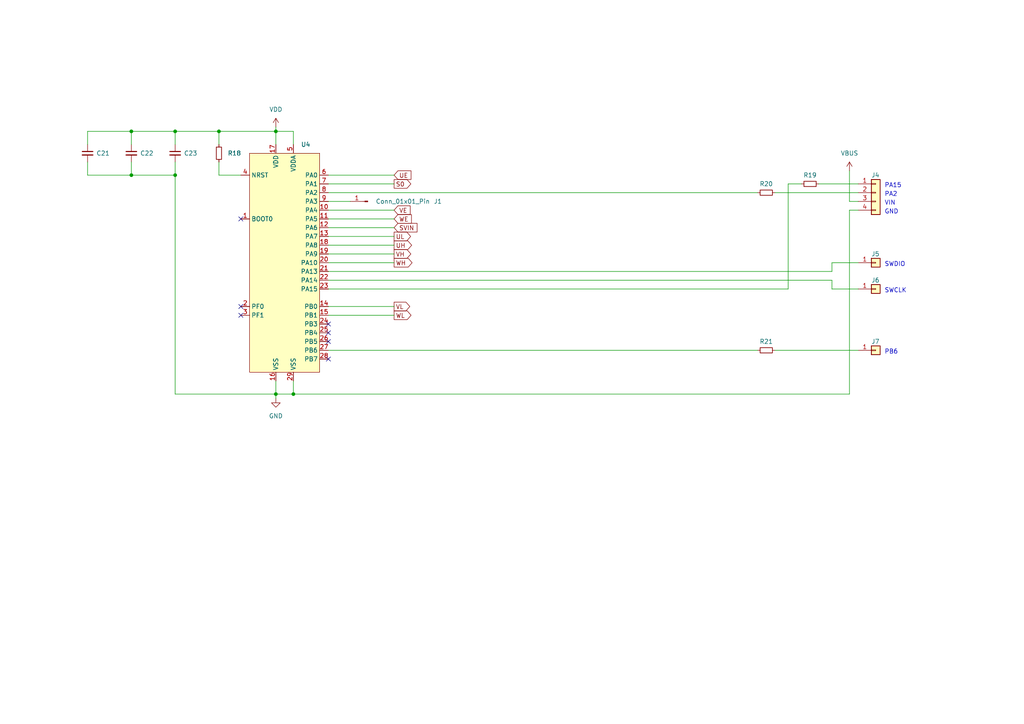
<source format=kicad_sch>
(kicad_sch (version 20231120) (generator "eeschema") (generator_version "8.0")
  (paper "A4")
  (title_block (title "ECOM ESC") (date "2023-11-07") (rev "1.0") (company "ECOM"))
  (lib_symbols
    (symbol "Connector:Conn_01x01_Pin" (pin_names (offset 1.016) hide)
      (property "Reference" "J" (at 0 2.54 0))
      (property "Value" "Conn_01x01_Pin" (at 0 -2.54 0))
      (symbol "Conn_01x01_Pin_1_1"
        (polyline (pts (xy 1.27 0) (xy 0.8636 0)) (stroke (width 0.1524)))
        (rectangle (start 0.8636 0.127) (end 0 -0.127) (stroke (width 0.1524)) (fill (type outline)))
        (pin passive line (at 5.08 0 180) (length 3.81) (name "Pin_1") (number "1"))
      )
    )
    (symbol "LibProj:AT32F421G8U7"
      (property "Reference" "U" (at 5.08 33.02 0))
      (property "Value" "AT32F421G8U7" (at 11.43 -34.29 0))
      (symbol "AT32F421G8U7_1_1"
        (rectangle (start -10.16 31.75) (end 10.16 -31.75) (fill (type background)))
        (pin passive line (at -12.7 12.7 0) (length 2.54) (name "BOOT0") (number "1"))
        (pin passive line (at 12.7 15.24 180) (length 2.54) (name "PA4") (number "10"))
        (pin passive line (at 12.7 12.7 180) (length 2.54) (name "PA5") (number "11"))
        (pin passive line (at 12.7 10.16 180) (length 2.54) (name "PA6") (number "12"))
        (pin passive line (at 12.7 7.62 180) (length 2.54) (name "PA7") (number "13"))
        (pin passive line (at 12.7 -12.7 180) (length 2.54) (name "PB0") (number "14"))
        (pin passive line (at 12.7 -15.24 180) (length 2.54) (name "PB1") (number "15"))
        (pin passive line (at -2.54 -34.29 90) (length 2.54) (name "VSS") (number "16"))
        (pin passive line (at -2.54 34.29 270) (length 2.54) (name "VDD") (number "17"))
        (pin passive line (at 12.7 5.08 180) (length 2.54) (name "PA8") (number "18"))
        (pin passive line (at 12.7 2.54 180) (length 2.54) (name "PA9") (number "19"))
        (pin passive line (at -12.7 -12.7 0) (length 2.54) (name "PF0") (number "2"))
        (pin passive line (at 12.7 0 180) (length 2.54) (name "PA10") (number "20"))
        (pin passive line (at 12.7 -2.54 180) (length 2.54) (name "PA13") (number "21"))
        (pin passive line (at 12.7 -5.08 180) (length 2.54) (name "PA14") (number "22"))
        (pin passive line (at 12.7 -7.62 180) (length 2.54) (name "PA15") (number "23"))
        (pin passive line (at 12.7 -17.78 180) (length 2.54) (name "PB3") (number "24"))
        (pin passive line (at 12.7 -20.32 180) (length 2.54) (name "PB4") (number "25"))
        (pin passive line (at 12.7 -22.86 180) (length 2.54) (name "PB5") (number "26"))
        (pin passive line (at 12.7 -25.4 180) (length 2.54) (name "PB6") (number "27"))
        (pin passive line (at 12.7 -27.94 180) (length 2.54) (name "PB7") (number "28"))
        (pin passive line (at 2.54 -34.29 90) (length 2.54) (name "VSS") (number "29"))
        (pin passive line (at -12.7 -15.24 0) (length 2.54) (name "PF1") (number "3"))
        (pin passive line (at -12.7 25.4 0) (length 2.54) (name "NRST") (number "4"))
        (pin passive line (at 2.54 34.29 270) (length 2.54) (name "VDDA") (number "5"))
        (pin passive line (at 12.7 25.4 180) (length 2.54) (name "PA0") (number "6"))
        (pin passive line (at 12.7 22.86 180) (length 2.54) (name "PA1") (number "7"))
        (pin passive line (at 12.7 20.32 180) (length 2.54) (name "PA2") (number "8"))
        (pin passive line (at 12.7 17.78 180) (length 2.54) (name "PA3") (number "9"))
      )
    )
    (symbol "LibProj:C_Small" (pin_numbers hide) (pin_names (offset 0.254) hide)
      (property "Reference" "C" (at 0.254 1.778 0))
      (property "Value" "C_Small" (at 0.254 -2.032 0))
      (symbol "C_Small_0_1"
        (polyline (pts (xy -1.524 -0.508) (xy 1.524 -0.508)) (stroke (width 0.3302)))
        (polyline (pts (xy -1.524 0.508) (xy 1.524 0.508)) (stroke (width 0.3048)))
      )
      (symbol "C_Small_1_1"
        (pin passive line (at 0 2.54 270) (length 2.032) (name "~") (number "1"))
        (pin passive line (at 0 -2.54 90) (length 2.032) (name "~") (number "2"))
      )
    )
    (symbol "LibProj:Conn_01x01" (pin_names (offset 1.016) hide)
      (property "Reference" "J" (at 0 2.54 0))
      (property "Value" "Conn_01x01" (at 0 -2.54 0))
      (symbol "Conn_01x01_1_1"
        (rectangle (start -1.27 0.127) (end 0 -0.127) (stroke (width 0.1524)))
        (rectangle (start -1.27 1.27) (end 1.27 -1.27) (stroke (width 0.254)) (fill (type background)))
        (pin passive line (at -5.08 0 0) (length 3.81) (name "Pin_1") (number "1"))
      )
    )
    (symbol "LibProj:Conn_01x04" (pin_names (offset 1.016) hide)
      (property "Reference" "J" (at 0 5.08 0))
      (property "Value" "Conn_01x04" (at 0 -7.62 0))
      (symbol "Conn_01x04_1_1"
        (rectangle (start -1.27 -4.953) (end 0 -5.207) (stroke (width 0.1524)))
        (rectangle (start -1.27 -2.413) (end 0 -2.667) (stroke (width 0.1524)))
        (rectangle (start -1.27 0.127) (end 0 -0.127) (stroke (width 0.1524)))
        (rectangle (start -1.27 2.667) (end 0 2.413) (stroke (width 0.1524)))
        (rectangle (start -1.27 3.81) (end 1.27 -6.35) (stroke (width 0.254)) (fill (type background)))
        (pin passive line (at -5.08 2.54 0) (length 3.81) (name "Pin_1") (number "1"))
        (pin passive line (at -5.08 0 0) (length 3.81) (name "Pin_2") (number "2"))
        (pin passive line (at -5.08 -2.54 0) (length 3.81) (name "Pin_3") (number "3"))
        (pin passive line (at -5.08 -5.08 0) (length 3.81) (name "Pin_4") (number "4"))
      )
    )
    (symbol "LibProj:R_Small" (pin_numbers hide) (pin_names (offset 0.254) hide)
      (property "Reference" "R" (at 0.762 0.508 0))
      (property "Value" "R_Small" (at 0.762 -1.016 0))
      (symbol "R_Small_0_1"
        (rectangle (start -0.762 1.778) (end 0.762 -1.778) (stroke (width 0.2032)))
      )
      (symbol "R_Small_1_1"
        (pin passive line (at 0 2.54 270) (length 0.762) (name "~") (number "1"))
        (pin passive line (at 0 -2.54 90) (length 0.762) (name "~") (number "2"))
      )
    )
    (symbol "power:GND" (power) (pin_names (offset 0))
      (property "Value" "GND" (at 0 -3.81 0))
      (symbol "GND_0_1"
        (polyline (pts (xy 0 0) (xy 0 -1.27) (xy 1.27 -1.27) (xy 0 -2.54) (xy -1.27 -1.27) (xy 0 -1.27)))
      )
      (symbol "GND_1_1"
        (pin power_in line (at 0 0 270) (length 0) hide (name "GND") (number "1"))
      )
    )
    (symbol "power:VBUS" (power) (pin_names (offset 0))
      (property "Value" "VBUS" (at 0 3.81 0))
      (symbol "VBUS_0_1"
        (polyline (pts (xy -0.762 1.27) (xy 0 2.54)))
        (polyline (pts (xy 0 0) (xy 0 2.54)))
        (polyline (pts (xy 0 2.54) (xy 0.762 1.27)))
      )
      (symbol "VBUS_1_1"
        (pin power_in line (at 0 0 90) (length 0) hide (name "VBUS") (number "1"))
      )
    )
    (symbol "power:VDD" (power) (pin_names (offset 0))
      (property "Value" "VDD" (at 0 3.81 0))
      (symbol "VDD_0_1"
        (polyline (pts (xy -0.762 1.27) (xy 0 2.54)))
        (polyline (pts (xy 0 0) (xy 0 2.54)))
        (polyline (pts (xy 0 2.54) (xy 0.762 1.27)))
      )
      (symbol "VDD_1_1"
        (pin power_in line (at 0 0 90) (length 0) hide (name "VDD") (number "1"))
      )
    )
  )
  (junction (at 38.1 50.8))
  (junction (at 63.5 38.1))
  (junction (at 38.1 38.1))
  (junction (at 80.01 38.1))
  (junction (at 50.8 50.8))
  (junction (at 80.01 114.3))
  (junction (at 50.8 38.1))
  (junction (at 85.09 114.3))
  (no_connect (at 95.25 99.06))
  (no_connect (at 69.85 63.5))
  (no_connect (at 69.85 88.9))
  (no_connect (at 95.25 96.52))
  (no_connect (at 69.85 91.44))
  (no_connect (at 95.25 93.98))
  (no_connect (at 95.25 104.14))
  (wire (pts (xy 248.92 60.96) (xy 246.38 60.96)))
  (wire (pts (xy 85.09 41.91) (xy 85.09 38.1)))
  (wire (pts (xy 101.6 58.42) (xy 95.25 58.42)))
  (wire (pts (xy 224.79 101.6) (xy 248.92 101.6)))
  (wire (pts (xy 246.38 49.53) (xy 246.38 58.42)))
  (wire (pts (xy 85.09 114.3) (xy 85.09 110.49)))
  (wire (pts (xy 50.8 114.3) (xy 80.01 114.3)))
  (wire (pts (xy 241.3 76.2) (xy 241.3 78.74)))
  (wire (pts (xy 241.3 81.28) (xy 241.3 83.82)))
  (wire (pts (xy 95.25 91.44) (xy 114.3 91.44)))
  (wire (pts (xy 63.5 41.91) (xy 63.5 38.1)))
  (wire (pts (xy 80.01 114.3) (xy 80.01 115.57)))
  (wire (pts (xy 80.01 36.83) (xy 80.01 38.1)))
  (wire (pts (xy 50.8 38.1) (xy 63.5 38.1)))
  (wire (pts (xy 95.25 101.6) (xy 219.71 101.6)))
  (wire (pts (xy 50.8 38.1) (xy 50.8 41.91)))
  (wire (pts (xy 95.25 55.88) (xy 219.71 55.88)))
  (wire (pts (xy 246.38 58.42) (xy 248.92 58.42)))
  (wire (pts (xy 95.25 81.28) (xy 241.3 81.28)))
  (wire (pts (xy 95.25 88.9) (xy 114.3 88.9)))
  (wire (pts (xy 95.25 60.96) (xy 114.3 60.96)))
  (wire (pts (xy 25.4 50.8) (xy 25.4 46.99)))
  (wire (pts (xy 63.5 50.8) (xy 63.5 46.99)))
  (wire (pts (xy 69.85 50.8) (xy 63.5 50.8)))
  (wire (pts (xy 95.25 50.8) (xy 114.3 50.8)))
  (wire (pts (xy 95.25 63.5) (xy 114.3 63.5)))
  (wire (pts (xy 232.41 53.34) (xy 228.6 53.34)))
  (wire (pts (xy 224.79 55.88) (xy 248.92 55.88)))
  (wire (pts (xy 95.25 78.74) (xy 241.3 78.74)))
  (wire (pts (xy 95.25 73.66) (xy 114.3 73.66)))
  (wire (pts (xy 50.8 50.8) (xy 50.8 114.3)))
  (wire (pts (xy 38.1 46.99) (xy 38.1 50.8)))
  (wire (pts (xy 80.01 114.3) (xy 85.09 114.3)))
  (wire (pts (xy 95.25 68.58) (xy 114.3 68.58)))
  (wire (pts (xy 25.4 38.1) (xy 38.1 38.1)))
  (wire (pts (xy 246.38 60.96) (xy 246.38 114.3)))
  (wire (pts (xy 38.1 38.1) (xy 50.8 38.1)))
  (wire (pts (xy 95.25 83.82) (xy 228.6 83.82)))
  (wire (pts (xy 38.1 41.91) (xy 38.1 38.1)))
  (wire (pts (xy 50.8 46.99) (xy 50.8 50.8)))
  (wire (pts (xy 95.25 71.12) (xy 114.3 71.12)))
  (wire (pts (xy 25.4 41.91) (xy 25.4 38.1)))
  (wire (pts (xy 80.01 38.1) (xy 85.09 38.1)))
  (wire (pts (xy 228.6 53.34) (xy 228.6 83.82)))
  (wire (pts (xy 50.8 50.8) (xy 38.1 50.8)))
  (wire (pts (xy 63.5 38.1) (xy 80.01 38.1)))
  (wire (pts (xy 95.25 53.34) (xy 114.3 53.34)))
  (wire (pts (xy 95.25 76.2) (xy 114.3 76.2)))
  (wire (pts (xy 80.01 38.1) (xy 80.01 41.91)))
  (wire (pts (xy 246.38 114.3) (xy 85.09 114.3)))
  (wire (pts (xy 95.25 66.04) (xy 114.3 66.04)))
  (wire (pts (xy 237.49 53.34) (xy 248.92 53.34)))
  (wire (pts (xy 38.1 50.8) (xy 25.4 50.8)))
  (wire (pts (xy 248.92 83.82) (xy 241.3 83.82)))
  (wire (pts (xy 80.01 110.49) (xy 80.01 114.3)))
  (wire (pts (xy 248.92 76.2) (xy 241.3 76.2)))
  (text "VIN" (at 256.54 59.69 0) (effects (font (size 1.27 1.27)) (justify left bottom)))
  (text "PA15" (at 256.54 54.61 0) (effects (font (size 1.27 1.27)) (justify left bottom)))
  (text "SWCLK" (at 256.54 85.09 0) (effects (font (size 1.27 1.27)) (justify left bottom)))
  (text "PA2" (at 256.54 57.15 0) (effects (font (size 1.27 1.27)) (justify left bottom)))
  (text "GND" (at 256.54 62.23 0) (effects (font (size 1.27 1.27)) (justify left bottom)))
  (text "PB6" (at 256.54 102.87 0) (effects (font (size 1.27 1.27)) (justify left bottom)))
  (text "SWDIO" (at 256.54 77.47 0) (effects (font (size 1.27 1.27)) (justify left bottom)))
  (global_label "SVIN" (shape input) (at 114.3 66.04 0) (property "Intersheetrefs" "${INTERSHEET_REFS}" (effects (hide yes))))
  (global_label "WE" (shape input) (at 114.3 63.5 0) (property "Intersheetrefs" "${INTERSHEET_REFS}" (effects (hide yes))))
  (global_label "UH" (shape output) (at 114.3 71.12 0) (property "Intersheetrefs" "${INTERSHEET_REFS}" (effects (hide yes))))
  (global_label "VE" (shape input) (at 114.3 60.96 0) (property "Intersheetrefs" "${INTERSHEET_REFS}" (effects (hide yes))))
  (global_label "UE" (shape input) (at 114.3 50.8 0) (property "Intersheetrefs" "${INTERSHEET_REFS}" (effects (hide yes))))
  (global_label "VL" (shape output) (at 114.3 88.9 0) (property "Intersheetrefs" "${INTERSHEET_REFS}" (effects (hide yes))))
  (global_label "VH" (shape output) (at 114.3 73.66 0) (property "Intersheetrefs" "${INTERSHEET_REFS}" (effects (hide yes))))
  (global_label "WL" (shape output) (at 114.3 91.44 0) (property "Intersheetrefs" "${INTERSHEET_REFS}" (effects (hide yes))))
  (global_label "S0" (shape output) (at 114.3 53.34 0) (property "Intersheetrefs" "${INTERSHEET_REFS}" (effects (hide yes))))
  (global_label "UL" (shape output) (at 114.3 68.58 0) (property "Intersheetrefs" "${INTERSHEET_REFS}" (effects (hide yes))))
  (global_label "WH" (shape output) (at 114.3 76.2 0) (property "Intersheetrefs" "${INTERSHEET_REFS}" (effects (hide yes))))
  (symbol (lib_id "LibProj:R_Small") (at 234.95 53.34 90) (unit 1)
    (property "Reference" "R19" (at 234.95 50.8 90))
    (property "Value" "1k" (effects (hide yes)))
    (property "Footprint" "Resistor_SMD:R_0402_1005Metric" (effects (hide yes)))
    (property "JLCPCB Part #" "C11702" (effects (hide yes)))
    (property "Rating" "62.5mW - ±1%" (effects (hide yes)))
  )
  (symbol (lib_id "power:GND") (at 80.01 115.57 0) (unit 1)
    (property "Reference" "#PWR019" (effects (hide yes)))
    (property "Value" "GND" (at 80.01 120.65 0))
  )
  (symbol (lib_id "power:VBUS") (at 246.38 49.53 0) (unit 1)
    (property "Reference" "#PWR018" (effects (hide yes)))
    (property "Value" "VBUS" (at 246.38 44.45 0))
  )
  (symbol (lib_id "LibProj:Conn_01x04") (at 254 55.88 0) (unit 1)
    (property "Reference" "J4" (at 252.73 50.8 0) (effects (justify left)))
    (property "Value" "Conn_01x04" (effects (hide yes)))
    (property "Footprint" "AART11footprints:HDG 1x04 P0.6 Horizontal" (effects (hide yes)))
    (property "JLCPCB Part #" "C3008763" (effects (hide yes)))
  )
  (symbol (lib_id "LibProj:R_Small") (at 222.25 55.88 90) (unit 1)
    (property "Reference" "R20" (at 222.25 53.34 90))
    (property "Value" "1k" (effects (hide yes)))
    (property "Footprint" "Resistor_SMD:R_0402_1005Metric" (effects (hide yes)))
    (property "JLCPCB Part #" "C11702" (effects (hide yes)))
    (property "Rating" "62.5mW - ±1%" (effects (hide yes)))
  )
  (symbol (lib_id "LibProj:Conn_01x01") (at 254 101.6 0) (unit 1)
    (property "Reference" "J7" (at 252.73 99.06 0) (effects (justify left)))
    (property "Value" "Conn_01x01" (effects (hide yes)))
    (property "Footprint" "TestPoint:TestPoint_Pad_1.0x1.0mm" (effects (hide yes)))
  )
  (symbol (lib_id "power:VDD") (at 80.01 36.83 0) (unit 1)
    (property "Reference" "#PWR017" (effects (hide yes)))
    (property "Value" "VDD" (at 80.01 31.75 0))
  )
  (symbol (lib_id "LibProj:R_Small") (at 63.5 44.45 0) (unit 1)
    (property "Reference" "R18" (at 66.04 44.45 0) (effects (justify left)))
    (property "Value" "10k" (effects (hide yes)))
    (property "Footprint" "Resistor_SMD:R_0402_1005Metric" (effects (hide yes)))
    (property "JLCPCB Part #" "C25744" (effects (hide yes)))
    (property "Rating" "62.5mW - ±1%" (effects (hide yes)))
  )
  (symbol (lib_id "LibProj:R_Small") (at 222.25 101.6 90) (unit 1)
    (property "Reference" "R21" (at 222.25 99.06 90))
    (property "Value" "1k" (effects (hide yes)))
    (property "Footprint" "Resistor_SMD:R_0402_1005Metric" (effects (hide yes)))
    (property "JLCPCB Part #" "C11702" (effects (hide yes)))
    (property "Rating" "62.5mW - ±1%" (effects (hide yes)))
  )
  (symbol (lib_id "LibProj:C_Small") (at 38.1 44.45 0) (unit 1)
    (property "Reference" "C22" (at 40.64 44.4563 0) (effects (justify left)))
    (property "Value" "100nF" (effects (hide yes)))
    (property "Footprint" "Capacitor_SMD:C_0402_1005Metric" (effects (hide yes)))
    (property "JLCPCB Part #" "C1525" (effects (hide yes)))
    (property "Rating" "X7R - 16V - ±10%" (effects (hide yes)))
  )
  (symbol (lib_id "LibProj:Conn_01x01") (at 254 83.82 0) (unit 1)
    (property "Reference" "J6" (at 252.73 81.28 0) (effects (justify left)))
    (property "Value" "Conn_01x01" (effects (hide yes)))
    (property "Footprint" "TestPoint:TestPoint_Pad_1.0x1.0mm" (effects (hide yes)))
  )
  (symbol (lib_id "LibProj:C_Small") (at 25.4 44.45 0) (unit 1)
    (property "Reference" "C21" (at 27.94 44.4563 0) (effects (justify left)))
    (property "Value" "10uF" (effects (hide yes)))
    (property "Footprint" "Capacitor_SMD:C_0603_1608Metric" (effects (hide yes)))
    (property "JLCPCB Part #" "C96446" (effects (hide yes)))
    (property "Rating" "X5R - 25V - ±20%" (effects (hide yes)))
  )
  (symbol (lib_id "LibProj:AT32F421G8U7") (at 82.55 76.2 0) (unit 1)
    (property "Reference" "U4" (at 87.2841 41.91 0) (effects (justify left)))
    (property "Value" "AT32F421G8U7" (effects (hide yes)))
    (property "Footprint" "Package_DFN_QFN:QFN-28-1EP_4x4mm_P0.4mm_EP2.6x2.6mm" (effects (hide yes)))
    (property "JLCPCB Part #" "C2765098" (effects (hide yes)))
  )
  (symbol (lib_id "Connector:Conn_01x01_Pin") (at 106.68 58.42 180) (unit 1)
    (property "Reference" "J1" (at 127 58.42 0))
    (property "Value" "Conn_01x01_Pin" (at 116.84 58.42 0))
    (property "Footprint" "AART11footprints:Pad0.5" (effects (hide yes)))
  )
  (symbol (lib_id "LibProj:C_Small") (at 50.8 44.45 0) (unit 1)
    (property "Reference" "C23" (at 53.34 44.4563 0) (effects (justify left)))
    (property "Value" "100nF" (effects (hide yes)))
    (property "Footprint" "Capacitor_SMD:C_0402_1005Metric" (effects (hide yes)))
    (property "JLCPCB Part #" "C1525" (effects (hide yes)))
    (property "Rating" "X7R - 16V - ±10%" (effects (hide yes)))
  )
  (symbol (lib_id "LibProj:Conn_01x01") (at 254 76.2 0) (unit 1)
    (property "Reference" "J5" (at 252.73 73.66 0) (effects (justify left)))
    (property "Value" "Conn_01x01" (effects (hide yes)))
    (property "Footprint" "TestPoint:TestPoint_Pad_1.0x1.0mm" (effects (hide yes)))
  )
)
</source>
